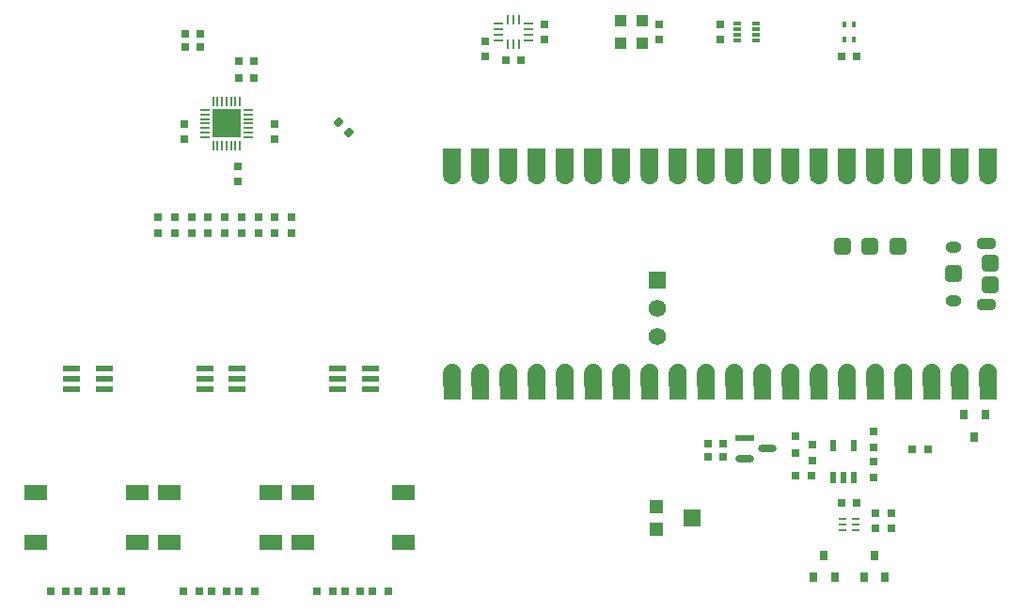
<source format=gtp>
G04*
G04 #@! TF.GenerationSoftware,Altium Limited,Altium Designer,25.8.1 (18)*
G04*
G04 Layer_Color=8421504*
%FSLAX44Y44*%
%MOMM*%
G71*
G04*
G04 #@! TF.SameCoordinates,74B96BC4-F20B-47FB-8E9B-22239AF92EBC*
G04*
G04*
G04 #@! TF.FilePolarity,Positive*
G04*
G01*
G75*
%ADD19R,0.7000X0.2300*%
%ADD20R,0.7000X0.2300*%
%ADD21R,1.0000X1.0000*%
%ADD22R,0.7200X0.3000*%
%ADD23O,0.2000X0.8500*%
%ADD24R,0.3000X0.6000*%
G04:AMPARAMS|DCode=25|XSize=0.76mm|YSize=0.6604mm|CornerRadius=0.0825mm|HoleSize=0mm|Usage=FLASHONLY|Rotation=0.000|XOffset=0mm|YOffset=0mm|HoleType=Round|Shape=RoundedRectangle|*
%AMROUNDEDRECTD25*
21,1,0.7600,0.4953,0,0,0.0*
21,1,0.5949,0.6604,0,0,0.0*
1,1,0.1651,0.2975,-0.2477*
1,1,0.1651,-0.2975,-0.2477*
1,1,0.1651,-0.2975,0.2477*
1,1,0.1651,0.2975,0.2477*
%
%ADD25ROUNDEDRECTD25*%
G04:AMPARAMS|DCode=26|XSize=0.76mm|YSize=0.6604mm|CornerRadius=0.0825mm|HoleSize=0mm|Usage=FLASHONLY|Rotation=270.000|XOffset=0mm|YOffset=0mm|HoleType=Round|Shape=RoundedRectangle|*
%AMROUNDEDRECTD26*
21,1,0.7600,0.4953,0,0,270.0*
21,1,0.5949,0.6604,0,0,270.0*
1,1,0.1651,-0.2477,-0.2975*
1,1,0.1651,-0.2477,0.2975*
1,1,0.1651,0.2477,0.2975*
1,1,0.1651,0.2477,-0.2975*
%
%ADD26ROUNDEDRECTD26*%
%ADD27O,0.8500X0.2000*%
G04:AMPARAMS|DCode=28|XSize=0.76mm|YSize=0.6604mm|CornerRadius=0.0825mm|HoleSize=0mm|Usage=FLASHONLY|Rotation=225.000|XOffset=0mm|YOffset=0mm|HoleType=Round|Shape=RoundedRectangle|*
%AMROUNDEDRECTD28*
21,1,0.7600,0.4953,0,0,225.0*
21,1,0.5949,0.6604,0,0,225.0*
1,1,0.1651,-0.3854,-0.0352*
1,1,0.1651,0.0352,0.3854*
1,1,0.1651,0.3854,0.0352*
1,1,0.1651,-0.0352,-0.3854*
%
%ADD28ROUNDEDRECTD28*%
%ADD29O,0.2500X0.9500*%
%ADD30O,0.9500X0.2500*%
%ADD31R,1.6844X0.6268*%
G04:AMPARAMS|DCode=32|XSize=1.6844mm|YSize=0.6268mm|CornerRadius=0.3134mm|HoleSize=0mm|Usage=FLASHONLY|Rotation=0.000|XOffset=0mm|YOffset=0mm|HoleType=Round|Shape=RoundedRectangle|*
%AMROUNDEDRECTD32*
21,1,1.6844,0.0000,0,0,0.0*
21,1,1.0575,0.6268,0,0,0.0*
1,1,0.6268,0.5288,0.0000*
1,1,0.6268,-0.5288,0.0000*
1,1,0.6268,-0.5288,0.0000*
1,1,0.6268,0.5288,0.0000*
%
%ADD32ROUNDEDRECTD32*%
G04:AMPARAMS|DCode=33|XSize=1.5mm|YSize=1.5mm|CornerRadius=0.3mm|HoleSize=0mm|Usage=FLASHONLY|Rotation=270.000|XOffset=0mm|YOffset=0mm|HoleType=Round|Shape=RoundedRectangle|*
%AMROUNDEDRECTD33*
21,1,1.5000,0.9000,0,0,270.0*
21,1,0.9000,1.5000,0,0,270.0*
1,1,0.6000,-0.4500,-0.4500*
1,1,0.6000,-0.4500,0.4500*
1,1,0.6000,0.4500,0.4500*
1,1,0.6000,0.4500,-0.4500*
%
%ADD33ROUNDEDRECTD33*%
%ADD34O,1.8000X1.1000*%
%ADD35O,1.4500X1.0500*%
%ADD36R,1.5748X1.5748*%
%ADD37C,1.5748*%
%ADD38R,2.1000X1.4000*%
%ADD39R,1.6000X0.5000*%
%ADD40R,2.6500X2.6500*%
%ADD41R,0.6000X1.1000*%
%ADD42R,0.8000X0.9000*%
%ADD43R,1.2000X1.2000*%
%ADD44R,1.5000X1.6000*%
%ADD45R,0.8000X0.8000*%
G36*
X1239301Y412900D02*
X1239324Y388926D01*
X1239324Y388401D01*
X1239187Y387362D01*
X1238915Y386349D01*
X1238514Y385380D01*
X1237990Y384471D01*
X1237352Y383639D01*
X1236610Y382898D01*
X1235778Y382260D01*
X1234870Y381735D01*
X1233901Y381334D01*
X1232888Y381063D01*
X1231848Y380926D01*
X1231323Y380926D01*
X1230799Y380926D01*
X1229760Y381063D01*
X1228747Y381334D01*
X1227778Y381736D01*
X1226870Y382260D01*
X1226038Y382898D01*
X1225296Y383640D01*
X1224658Y384472D01*
X1224133Y385380D01*
X1223732Y386349D01*
X1223461Y387362D01*
X1223324Y388401D01*
X1223324Y388926D01*
X1223324Y388926D01*
X1223300Y412900D01*
X1239301Y412900D01*
D02*
G37*
G36*
X1213901D02*
X1213924Y388926D01*
X1213924Y388401D01*
X1213787Y387362D01*
X1213515Y386349D01*
X1213114Y385380D01*
X1212590Y384471D01*
X1211952Y383639D01*
X1211210Y382898D01*
X1210378Y382260D01*
X1209470Y381735D01*
X1208501Y381334D01*
X1207488Y381063D01*
X1206448Y380926D01*
X1205923Y380926D01*
X1205399Y380926D01*
X1204360Y381063D01*
X1203347Y381334D01*
X1202378Y381736D01*
X1201470Y382260D01*
X1200638Y382898D01*
X1199896Y383640D01*
X1199258Y384472D01*
X1198733Y385380D01*
X1198332Y386349D01*
X1198061Y387362D01*
X1197924Y388401D01*
X1197924Y388926D01*
X1197924Y388926D01*
X1197900Y412900D01*
X1213901Y412900D01*
D02*
G37*
G36*
X1188501D02*
X1188524Y388926D01*
X1188524Y388401D01*
X1188387Y387362D01*
X1188115Y386349D01*
X1187714Y385380D01*
X1187190Y384471D01*
X1186552Y383639D01*
X1185810Y382898D01*
X1184978Y382260D01*
X1184070Y381735D01*
X1183101Y381334D01*
X1182088Y381063D01*
X1181048Y380926D01*
X1180524Y380926D01*
X1179999Y380926D01*
X1178960Y381063D01*
X1177947Y381334D01*
X1176978Y381736D01*
X1176070Y382260D01*
X1175238Y382898D01*
X1174496Y383640D01*
X1173858Y384472D01*
X1173333Y385380D01*
X1172932Y386349D01*
X1172661Y387362D01*
X1172524Y388401D01*
X1172524Y388926D01*
X1172524Y388926D01*
X1172500Y412900D01*
X1188501Y412900D01*
D02*
G37*
G36*
X1163101D02*
X1163124Y388926D01*
X1163124Y388401D01*
X1162987Y387362D01*
X1162716Y386349D01*
X1162314Y385380D01*
X1161790Y384471D01*
X1161152Y383639D01*
X1160410Y382898D01*
X1159578Y382260D01*
X1158670Y381735D01*
X1157701Y381334D01*
X1156688Y381063D01*
X1155648Y380926D01*
X1155124Y380926D01*
X1154599Y380926D01*
X1153559Y381063D01*
X1152547Y381334D01*
X1151578Y381736D01*
X1150670Y382260D01*
X1149838Y382898D01*
X1149096Y383640D01*
X1148458Y384472D01*
X1147933Y385380D01*
X1147532Y386349D01*
X1147261Y387362D01*
X1147124Y388401D01*
X1147124Y388926D01*
X1147124Y388926D01*
X1147100Y412900D01*
X1163101Y412900D01*
D02*
G37*
G36*
X1137701D02*
X1137724Y388926D01*
X1137724Y388401D01*
X1137587Y387362D01*
X1137316Y386349D01*
X1136914Y385380D01*
X1136390Y384471D01*
X1135751Y383639D01*
X1135010Y382898D01*
X1134178Y382260D01*
X1133270Y381735D01*
X1132301Y381334D01*
X1131288Y381063D01*
X1130248Y380926D01*
X1129724Y380926D01*
X1129199Y380926D01*
X1128159Y381063D01*
X1127147Y381334D01*
X1126178Y381736D01*
X1125270Y382260D01*
X1124438Y382898D01*
X1123696Y383640D01*
X1123058Y384472D01*
X1122533Y385380D01*
X1122132Y386349D01*
X1121861Y387362D01*
X1121724Y388401D01*
X1121724Y388926D01*
X1121724Y388926D01*
X1121700Y412900D01*
X1137701Y412900D01*
D02*
G37*
G36*
X1112300D02*
X1112324Y388926D01*
X1112324Y388401D01*
X1112187Y387362D01*
X1111916Y386349D01*
X1111514Y385380D01*
X1110990Y384471D01*
X1110351Y383639D01*
X1109610Y382898D01*
X1108778Y382260D01*
X1107870Y381735D01*
X1106901Y381334D01*
X1105888Y381063D01*
X1104848Y380926D01*
X1104324Y380926D01*
X1103799Y380926D01*
X1102759Y381063D01*
X1101747Y381334D01*
X1100778Y381736D01*
X1099870Y382260D01*
X1099038Y382898D01*
X1098296Y383640D01*
X1097658Y384472D01*
X1097133Y385380D01*
X1096732Y386349D01*
X1096461Y387362D01*
X1096324Y388401D01*
X1096324Y388926D01*
X1096324Y388926D01*
X1096300Y412900D01*
X1112300Y412900D01*
D02*
G37*
G36*
X1086900D02*
X1086924Y388926D01*
X1086924Y388401D01*
X1086787Y387362D01*
X1086516Y386349D01*
X1086114Y385380D01*
X1085590Y384471D01*
X1084951Y383639D01*
X1084210Y382898D01*
X1083378Y382260D01*
X1082470Y381735D01*
X1081501Y381334D01*
X1080488Y381063D01*
X1079448Y380926D01*
X1078923Y380926D01*
X1078399Y380926D01*
X1077359Y381063D01*
X1076347Y381334D01*
X1075378Y381736D01*
X1074470Y382260D01*
X1073638Y382898D01*
X1072896Y383640D01*
X1072258Y384472D01*
X1071733Y385380D01*
X1071332Y386349D01*
X1071061Y387362D01*
X1070924Y388401D01*
X1070924Y388926D01*
X1070924Y388926D01*
X1070900Y412900D01*
X1086900Y412900D01*
D02*
G37*
G36*
X1061500D02*
X1061524Y388926D01*
X1061524Y388401D01*
X1061387Y387362D01*
X1061115Y386349D01*
X1060714Y385380D01*
X1060190Y384471D01*
X1059551Y383639D01*
X1058810Y382898D01*
X1057978Y382260D01*
X1057070Y381735D01*
X1056101Y381334D01*
X1055088Y381063D01*
X1054048Y380926D01*
X1053523Y380926D01*
X1052999Y380926D01*
X1051960Y381063D01*
X1050947Y381334D01*
X1049978Y381736D01*
X1049070Y382260D01*
X1048238Y382898D01*
X1047496Y383640D01*
X1046858Y384472D01*
X1046333Y385380D01*
X1045932Y386349D01*
X1045661Y387362D01*
X1045524Y388401D01*
X1045524Y388926D01*
X1045524Y388926D01*
X1045500Y412900D01*
X1061500Y412900D01*
D02*
G37*
G36*
X1036100D02*
X1036124Y388926D01*
X1036124Y388401D01*
X1035987Y387362D01*
X1035715Y386349D01*
X1035314Y385380D01*
X1034790Y384471D01*
X1034152Y383639D01*
X1033410Y382898D01*
X1032578Y382260D01*
X1031670Y381735D01*
X1030701Y381334D01*
X1029688Y381063D01*
X1028648Y380926D01*
X1028123Y380926D01*
X1027599Y380926D01*
X1026560Y381063D01*
X1025547Y381334D01*
X1024578Y381736D01*
X1023670Y382260D01*
X1022838Y382898D01*
X1022096Y383640D01*
X1021458Y384472D01*
X1020933Y385380D01*
X1020532Y386349D01*
X1020261Y387362D01*
X1020124Y388401D01*
X1020124Y388926D01*
X1020124Y388926D01*
X1020100Y412900D01*
X1036100Y412900D01*
D02*
G37*
G36*
X1010701D02*
X1010724Y388926D01*
X1010724Y388401D01*
X1010587Y387362D01*
X1010315Y386349D01*
X1009914Y385380D01*
X1009390Y384471D01*
X1008752Y383639D01*
X1008010Y382898D01*
X1007178Y382260D01*
X1006270Y381735D01*
X1005301Y381334D01*
X1004288Y381063D01*
X1003248Y380926D01*
X1002723Y380926D01*
X1002199Y380926D01*
X1001160Y381063D01*
X1000147Y381334D01*
X999178Y381736D01*
X998270Y382260D01*
X997438Y382898D01*
X996696Y383640D01*
X996058Y384472D01*
X995533Y385380D01*
X995132Y386349D01*
X994861Y387362D01*
X994724Y388401D01*
X994724Y388926D01*
X994724Y388926D01*
X994700Y412900D01*
X1010701Y412900D01*
D02*
G37*
G36*
X985301D02*
X985324Y388926D01*
X985324Y388401D01*
X985187Y387362D01*
X984915Y386349D01*
X984514Y385380D01*
X983990Y384471D01*
X983352Y383639D01*
X982610Y382898D01*
X981778Y382260D01*
X980870Y381735D01*
X979901Y381334D01*
X978888Y381063D01*
X977848Y380926D01*
X977324Y380926D01*
X976799Y380926D01*
X975760Y381063D01*
X974747Y381334D01*
X973778Y381736D01*
X972870Y382260D01*
X972038Y382898D01*
X971296Y383640D01*
X970658Y384472D01*
X970133Y385380D01*
X969732Y386349D01*
X969461Y387362D01*
X969324Y388401D01*
X969324Y388926D01*
X969324Y388926D01*
X969300Y412900D01*
X985301Y412900D01*
D02*
G37*
G36*
X959901D02*
X959924Y388926D01*
X959924Y388401D01*
X959787Y387362D01*
X959516Y386349D01*
X959114Y385380D01*
X958590Y384471D01*
X957952Y383639D01*
X957210Y382898D01*
X956378Y382260D01*
X955470Y381735D01*
X954501Y381334D01*
X953488Y381063D01*
X952448Y380926D01*
X951924Y380926D01*
X951399Y380926D01*
X950359Y381063D01*
X949347Y381334D01*
X948378Y381736D01*
X947470Y382260D01*
X946638Y382898D01*
X945896Y383640D01*
X945258Y384472D01*
X944733Y385380D01*
X944332Y386349D01*
X944061Y387362D01*
X943924Y388401D01*
X943924Y388926D01*
X943924Y388926D01*
X943900Y412900D01*
X959901Y412900D01*
D02*
G37*
G36*
X934501D02*
X934524Y388926D01*
X934524Y388401D01*
X934387Y387362D01*
X934116Y386349D01*
X933714Y385380D01*
X933190Y384471D01*
X932551Y383639D01*
X931810Y382898D01*
X930978Y382260D01*
X930070Y381735D01*
X929101Y381334D01*
X928088Y381063D01*
X927048Y380926D01*
X926524Y380926D01*
X925999Y380926D01*
X924959Y381063D01*
X923947Y381334D01*
X922978Y381736D01*
X922070Y382260D01*
X921238Y382898D01*
X920496Y383640D01*
X919858Y384472D01*
X919333Y385380D01*
X918932Y386349D01*
X918661Y387362D01*
X918524Y388401D01*
X918524Y388926D01*
X918524Y388926D01*
X918500Y412900D01*
X934501Y412900D01*
D02*
G37*
G36*
X909100D02*
X909124Y388926D01*
X909124Y388401D01*
X908987Y387362D01*
X908716Y386349D01*
X908314Y385380D01*
X907790Y384471D01*
X907151Y383639D01*
X906410Y382898D01*
X905578Y382260D01*
X904670Y381735D01*
X903701Y381334D01*
X902688Y381063D01*
X901648Y380926D01*
X901124Y380926D01*
X900599Y380926D01*
X899559Y381063D01*
X898547Y381334D01*
X897578Y381736D01*
X896670Y382260D01*
X895838Y382898D01*
X895096Y383640D01*
X894458Y384472D01*
X893933Y385380D01*
X893532Y386349D01*
X893261Y387362D01*
X893124Y388401D01*
X893124Y388926D01*
X893124Y388926D01*
X893100Y412900D01*
X909100Y412900D01*
D02*
G37*
G36*
X883700D02*
X883724Y388926D01*
X883724Y388401D01*
X883587Y387362D01*
X883316Y386349D01*
X882914Y385380D01*
X882390Y384471D01*
X881751Y383639D01*
X881010Y382898D01*
X880178Y382260D01*
X879270Y381735D01*
X878301Y381334D01*
X877288Y381063D01*
X876248Y380926D01*
X875723Y380926D01*
X875199Y380926D01*
X874159Y381063D01*
X873147Y381334D01*
X872178Y381736D01*
X871270Y382260D01*
X870438Y382898D01*
X869696Y383640D01*
X869058Y384472D01*
X868533Y385380D01*
X868132Y386349D01*
X867861Y387362D01*
X867724Y388401D01*
X867724Y388926D01*
X867724Y388926D01*
X867700Y412900D01*
X883700Y412900D01*
D02*
G37*
G36*
X858300D02*
X858324Y388926D01*
X858324Y388401D01*
X858187Y387362D01*
X857915Y386349D01*
X857514Y385380D01*
X856990Y384471D01*
X856351Y383639D01*
X855610Y382898D01*
X854778Y382260D01*
X853870Y381735D01*
X852901Y381334D01*
X851888Y381063D01*
X850848Y380926D01*
X850323Y380926D01*
X849799Y380926D01*
X848760Y381063D01*
X847747Y381334D01*
X846778Y381736D01*
X845870Y382260D01*
X845038Y382898D01*
X844296Y383640D01*
X843658Y384472D01*
X843133Y385380D01*
X842732Y386349D01*
X842461Y387362D01*
X842324Y388401D01*
X842324Y388926D01*
X842324Y388926D01*
X842300Y412900D01*
X858300Y412900D01*
D02*
G37*
G36*
X832900D02*
X832924Y388926D01*
X832924Y388401D01*
X832787Y387362D01*
X832515Y386349D01*
X832114Y385380D01*
X831590Y384471D01*
X830952Y383639D01*
X830210Y382898D01*
X829378Y382260D01*
X828470Y381735D01*
X827501Y381334D01*
X826488Y381063D01*
X825448Y380926D01*
X824923Y380926D01*
X824399Y380926D01*
X823360Y381063D01*
X822347Y381334D01*
X821378Y381736D01*
X820470Y382260D01*
X819638Y382898D01*
X818896Y383640D01*
X818258Y384472D01*
X817733Y385380D01*
X817332Y386349D01*
X817061Y387362D01*
X816924Y388401D01*
X816924Y388926D01*
X816924Y388926D01*
X816900Y412900D01*
X832900Y412900D01*
D02*
G37*
G36*
X807501D02*
X807524Y388926D01*
X807524Y388401D01*
X807387Y387362D01*
X807115Y386349D01*
X806714Y385380D01*
X806190Y384471D01*
X805552Y383639D01*
X804810Y382898D01*
X803978Y382260D01*
X803070Y381735D01*
X802101Y381334D01*
X801088Y381063D01*
X800048Y380926D01*
X799523Y380926D01*
X798999Y380926D01*
X797960Y381063D01*
X796947Y381334D01*
X795978Y381736D01*
X795070Y382260D01*
X794238Y382898D01*
X793496Y383640D01*
X792858Y384472D01*
X792333Y385380D01*
X791932Y386349D01*
X791661Y387362D01*
X791524Y388401D01*
X791524Y388926D01*
X791524Y388926D01*
X791500Y412900D01*
X807501Y412900D01*
D02*
G37*
G36*
X782101D02*
X782124Y388926D01*
X782124Y388401D01*
X781987Y387362D01*
X781715Y386349D01*
X781314Y385380D01*
X780790Y384471D01*
X780152Y383639D01*
X779410Y382898D01*
X778578Y382260D01*
X777670Y381735D01*
X776701Y381334D01*
X775688Y381063D01*
X774648Y380926D01*
X774124Y380926D01*
X773599Y380926D01*
X772560Y381063D01*
X771547Y381334D01*
X770578Y381736D01*
X769670Y382260D01*
X768838Y382898D01*
X768096Y383640D01*
X767458Y384472D01*
X766933Y385380D01*
X766532Y386349D01*
X766261Y387362D01*
X766124Y388401D01*
X766124Y388926D01*
X766124Y388926D01*
X766100Y412900D01*
X782101Y412900D01*
D02*
G37*
G36*
X756701D02*
X756724Y388926D01*
X756724Y388401D01*
X756587Y387362D01*
X756316Y386349D01*
X755914Y385380D01*
X755390Y384471D01*
X754752Y383639D01*
X754010Y382898D01*
X753178Y382260D01*
X752270Y381735D01*
X751301Y381334D01*
X750288Y381063D01*
X749248Y380926D01*
X748724Y380926D01*
X748199Y380926D01*
X747160Y381063D01*
X746147Y381334D01*
X745178Y381736D01*
X744270Y382260D01*
X743438Y382898D01*
X742696Y383640D01*
X742058Y384472D01*
X741533Y385380D01*
X741132Y386349D01*
X740861Y387362D01*
X740724Y388401D01*
X740724Y388926D01*
X740724Y388926D01*
X740700Y412900D01*
X756701Y412900D01*
D02*
G37*
G36*
X1231324Y219124D02*
X1231849Y219124D01*
X1232888Y218988D01*
X1233901Y218716D01*
X1234870Y218315D01*
X1235778Y217791D01*
X1236610Y217152D01*
X1237352Y216411D01*
X1237990Y215579D01*
X1238514Y214671D01*
X1238916Y213702D01*
X1239187Y212689D01*
X1239324Y211649D01*
X1239324Y211125D01*
X1239324Y211125D01*
X1239348Y187150D01*
X1223347Y187151D01*
X1223324Y211125D01*
X1223324Y211649D01*
X1223461Y212689D01*
X1223732Y213702D01*
X1224134Y214671D01*
X1224658Y215579D01*
X1225296Y216411D01*
X1226038Y217153D01*
X1226870Y217791D01*
X1227778Y218315D01*
X1228747Y218717D01*
X1229760Y218988D01*
X1230800Y219124D01*
X1231324Y219124D01*
D02*
G37*
G36*
X1205924D02*
X1206449Y219124D01*
X1207488Y218988D01*
X1208501Y218716D01*
X1209470Y218315D01*
X1210378Y217791D01*
X1211210Y217152D01*
X1211952Y216411D01*
X1212590Y215579D01*
X1213114Y214671D01*
X1213516Y213702D01*
X1213787Y212689D01*
X1213924Y211649D01*
X1213924Y211125D01*
X1213924Y211125D01*
X1213948Y187150D01*
X1197947Y187151D01*
X1197924Y211125D01*
X1197924Y211649D01*
X1198061Y212689D01*
X1198332Y213702D01*
X1198734Y214671D01*
X1199258Y215579D01*
X1199896Y216411D01*
X1200638Y217153D01*
X1201470Y217791D01*
X1202378Y218315D01*
X1203347Y218717D01*
X1204360Y218988D01*
X1205400Y219124D01*
X1205924Y219124D01*
D02*
G37*
G36*
X1180524D02*
X1181049Y219124D01*
X1182088Y218988D01*
X1183101Y218716D01*
X1184070Y218315D01*
X1184978Y217791D01*
X1185810Y217152D01*
X1186552Y216411D01*
X1187190Y215579D01*
X1187714Y214671D01*
X1188116Y213702D01*
X1188387Y212689D01*
X1188524Y211649D01*
X1188524Y211125D01*
X1188524Y211125D01*
X1188548Y187150D01*
X1172547Y187151D01*
X1172524Y211125D01*
X1172524Y211649D01*
X1172661Y212689D01*
X1172932Y213702D01*
X1173334Y214671D01*
X1173858Y215579D01*
X1174496Y216411D01*
X1175238Y217153D01*
X1176070Y217791D01*
X1176978Y218315D01*
X1177947Y218717D01*
X1178960Y218988D01*
X1180000Y219124D01*
X1180524Y219124D01*
D02*
G37*
G36*
X1155124D02*
X1155649Y219124D01*
X1156688Y218988D01*
X1157701Y218716D01*
X1158670Y218315D01*
X1159578Y217791D01*
X1160410Y217152D01*
X1161152Y216411D01*
X1161790Y215579D01*
X1162315Y214671D01*
X1162716Y213702D01*
X1162987Y212689D01*
X1163124Y211649D01*
X1163124Y211125D01*
X1163124Y211125D01*
X1163148Y187150D01*
X1147147Y187151D01*
X1147124Y211125D01*
X1147124Y211649D01*
X1147261Y212689D01*
X1147532Y213702D01*
X1147934Y214671D01*
X1148458Y215579D01*
X1149096Y216411D01*
X1149838Y217153D01*
X1150670Y217791D01*
X1151578Y218315D01*
X1152547Y218717D01*
X1153560Y218988D01*
X1154600Y219124D01*
X1155124Y219124D01*
D02*
G37*
G36*
X1129724D02*
X1130249Y219124D01*
X1131288Y218988D01*
X1132301Y218716D01*
X1133270Y218315D01*
X1134178Y217791D01*
X1135010Y217152D01*
X1135752Y216411D01*
X1136390Y215579D01*
X1136915Y214671D01*
X1137316Y213702D01*
X1137587Y212689D01*
X1137724Y211649D01*
X1137724Y211125D01*
X1137724Y211125D01*
X1137747Y187150D01*
X1121747Y187151D01*
X1121724Y211125D01*
X1121724Y211649D01*
X1121861Y212689D01*
X1122132Y213702D01*
X1122534Y214671D01*
X1123058Y215579D01*
X1123696Y216411D01*
X1124438Y217153D01*
X1125270Y217791D01*
X1126178Y218315D01*
X1127147Y218717D01*
X1128160Y218988D01*
X1129200Y219124D01*
X1129724Y219124D01*
D02*
G37*
G36*
X1104324D02*
X1104849Y219124D01*
X1105888Y218988D01*
X1106901Y218716D01*
X1107870Y218315D01*
X1108778Y217791D01*
X1109610Y217152D01*
X1110352Y216411D01*
X1110990Y215579D01*
X1111515Y214671D01*
X1111916Y213702D01*
X1112187Y212689D01*
X1112324Y211649D01*
X1112324Y211125D01*
X1112324Y211125D01*
X1112347Y187150D01*
X1096347Y187151D01*
X1096324Y211125D01*
X1096324Y211649D01*
X1096461Y212689D01*
X1096732Y213702D01*
X1097134Y214671D01*
X1097658Y215579D01*
X1098296Y216411D01*
X1099038Y217153D01*
X1099870Y217791D01*
X1100778Y218315D01*
X1101747Y218717D01*
X1102760Y218988D01*
X1103800Y219124D01*
X1104324Y219124D01*
D02*
G37*
G36*
X1078924D02*
X1079449Y219124D01*
X1080488Y218988D01*
X1081501Y218716D01*
X1082470Y218315D01*
X1083378Y217791D01*
X1084210Y217152D01*
X1084952Y216411D01*
X1085590Y215579D01*
X1086115Y214671D01*
X1086516Y213702D01*
X1086787Y212689D01*
X1086924Y211649D01*
X1086924Y211125D01*
X1086924Y211125D01*
X1086947Y187150D01*
X1070947Y187151D01*
X1070924Y211125D01*
X1070924Y211649D01*
X1071061Y212689D01*
X1071332Y213702D01*
X1071734Y214671D01*
X1072258Y215579D01*
X1072896Y216411D01*
X1073638Y217153D01*
X1074470Y217791D01*
X1075378Y218315D01*
X1076347Y218717D01*
X1077360Y218988D01*
X1078400Y219124D01*
X1078924Y219124D01*
D02*
G37*
G36*
X1053524D02*
X1054049Y219124D01*
X1055088Y218988D01*
X1056101Y218716D01*
X1057070Y218315D01*
X1057978Y217791D01*
X1058810Y217152D01*
X1059552Y216411D01*
X1060190Y215579D01*
X1060714Y214671D01*
X1061116Y213702D01*
X1061387Y212689D01*
X1061524Y211649D01*
X1061524Y211125D01*
X1061524Y211125D01*
X1061547Y187150D01*
X1045547Y187151D01*
X1045524Y211125D01*
X1045524Y211649D01*
X1045661Y212689D01*
X1045932Y213702D01*
X1046334Y214671D01*
X1046858Y215579D01*
X1047496Y216411D01*
X1048238Y217153D01*
X1049070Y217791D01*
X1049978Y218315D01*
X1050947Y218717D01*
X1051960Y218988D01*
X1053000Y219124D01*
X1053524Y219124D01*
D02*
G37*
G36*
X1028124D02*
X1028649Y219124D01*
X1029688Y218988D01*
X1030701Y218716D01*
X1031670Y218315D01*
X1032578Y217791D01*
X1033410Y217152D01*
X1034152Y216411D01*
X1034790Y215579D01*
X1035314Y214671D01*
X1035716Y213702D01*
X1035987Y212689D01*
X1036124Y211649D01*
X1036124Y211125D01*
X1036124Y211125D01*
X1036148Y187150D01*
X1020147Y187151D01*
X1020124Y211125D01*
X1020124Y211649D01*
X1020261Y212689D01*
X1020532Y213702D01*
X1020934Y214671D01*
X1021458Y215579D01*
X1022096Y216411D01*
X1022838Y217153D01*
X1023670Y217791D01*
X1024578Y218315D01*
X1025547Y218717D01*
X1026560Y218988D01*
X1027600Y219124D01*
X1028124Y219124D01*
D02*
G37*
G36*
X1002724D02*
X1003249Y219124D01*
X1004288Y218988D01*
X1005301Y218716D01*
X1006270Y218315D01*
X1007178Y217791D01*
X1008010Y217152D01*
X1008752Y216411D01*
X1009390Y215579D01*
X1009914Y214671D01*
X1010316Y213702D01*
X1010587Y212689D01*
X1010724Y211649D01*
X1010724Y211125D01*
X1010724Y211125D01*
X1010748Y187150D01*
X994747Y187151D01*
X994724Y211125D01*
X994724Y211649D01*
X994861Y212689D01*
X995132Y213702D01*
X995534Y214671D01*
X996058Y215579D01*
X996696Y216411D01*
X997438Y217153D01*
X998270Y217791D01*
X999178Y218315D01*
X1000147Y218717D01*
X1001160Y218988D01*
X1002200Y219124D01*
X1002724Y219124D01*
D02*
G37*
G36*
X977324D02*
X977849Y219124D01*
X978888Y218988D01*
X979901Y218716D01*
X980870Y218315D01*
X981778Y217791D01*
X982610Y217152D01*
X983352Y216411D01*
X983990Y215579D01*
X984514Y214671D01*
X984916Y213702D01*
X985187Y212689D01*
X985324Y211649D01*
X985324Y211125D01*
X985324Y211125D01*
X985348Y187150D01*
X969347Y187151D01*
X969324Y211125D01*
X969324Y211649D01*
X969461Y212689D01*
X969732Y213702D01*
X970134Y214671D01*
X970658Y215579D01*
X971296Y216411D01*
X972038Y217153D01*
X972870Y217791D01*
X973778Y218315D01*
X974747Y218717D01*
X975760Y218988D01*
X976800Y219124D01*
X977324Y219124D01*
D02*
G37*
G36*
X951924D02*
X952449Y219124D01*
X953488Y218988D01*
X954501Y218716D01*
X955470Y218315D01*
X956378Y217791D01*
X957210Y217152D01*
X957952Y216411D01*
X958590Y215579D01*
X959115Y214671D01*
X959516Y213702D01*
X959787Y212689D01*
X959924Y211649D01*
X959924Y211125D01*
X959924Y211125D01*
X959948Y187150D01*
X943947Y187151D01*
X943924Y211125D01*
X943924Y211649D01*
X944061Y212689D01*
X944332Y213702D01*
X944734Y214671D01*
X945258Y215579D01*
X945896Y216411D01*
X946638Y217153D01*
X947470Y217791D01*
X948378Y218315D01*
X949347Y218717D01*
X950360Y218988D01*
X951400Y219124D01*
X951924Y219124D01*
D02*
G37*
G36*
X926524D02*
X927049Y219124D01*
X928088Y218988D01*
X929101Y218716D01*
X930070Y218315D01*
X930978Y217791D01*
X931810Y217152D01*
X932552Y216411D01*
X933190Y215579D01*
X933715Y214671D01*
X934116Y213702D01*
X934387Y212689D01*
X934524Y211649D01*
X934524Y211125D01*
X934524Y211125D01*
X934548Y187150D01*
X918547Y187151D01*
X918524Y211125D01*
X918524Y211649D01*
X918661Y212689D01*
X918932Y213702D01*
X919334Y214671D01*
X919858Y215579D01*
X920496Y216411D01*
X921238Y217153D01*
X922070Y217791D01*
X922978Y218315D01*
X923947Y218717D01*
X924960Y218988D01*
X926000Y219124D01*
X926524Y219124D01*
D02*
G37*
G36*
X901124D02*
X901649Y219124D01*
X902688Y218988D01*
X903701Y218716D01*
X904670Y218315D01*
X905578Y217791D01*
X906410Y217152D01*
X907152Y216411D01*
X907790Y215579D01*
X908315Y214671D01*
X908716Y213702D01*
X908987Y212689D01*
X909124Y211649D01*
X909124Y211125D01*
X909124Y211125D01*
X909147Y187150D01*
X893147Y187151D01*
X893124Y211125D01*
X893124Y211649D01*
X893261Y212689D01*
X893532Y213702D01*
X893934Y214671D01*
X894458Y215579D01*
X895096Y216411D01*
X895838Y217153D01*
X896670Y217791D01*
X897578Y218315D01*
X898547Y218717D01*
X899560Y218988D01*
X900600Y219124D01*
X901124Y219124D01*
D02*
G37*
G36*
X875724D02*
X876249Y219124D01*
X877288Y218988D01*
X878301Y218716D01*
X879270Y218315D01*
X880178Y217791D01*
X881010Y217152D01*
X881752Y216411D01*
X882390Y215579D01*
X882915Y214671D01*
X883316Y213702D01*
X883587Y212689D01*
X883724Y211649D01*
X883724Y211125D01*
X883724Y211125D01*
X883747Y187150D01*
X867747Y187151D01*
X867724Y211125D01*
X867724Y211649D01*
X867861Y212689D01*
X868132Y213702D01*
X868534Y214671D01*
X869058Y215579D01*
X869696Y216411D01*
X870438Y217153D01*
X871270Y217791D01*
X872178Y218315D01*
X873147Y218717D01*
X874160Y218988D01*
X875200Y219124D01*
X875724Y219124D01*
D02*
G37*
G36*
X850324D02*
X850849Y219124D01*
X851888Y218988D01*
X852901Y218716D01*
X853870Y218315D01*
X854778Y217791D01*
X855610Y217152D01*
X856352Y216411D01*
X856990Y215579D01*
X857514Y214671D01*
X857916Y213702D01*
X858187Y212689D01*
X858324Y211649D01*
X858324Y211125D01*
X858324Y211125D01*
X858347Y187150D01*
X842347Y187151D01*
X842324Y211125D01*
X842324Y211649D01*
X842461Y212689D01*
X842732Y213702D01*
X843134Y214671D01*
X843658Y215579D01*
X844296Y216411D01*
X845038Y217153D01*
X845870Y217791D01*
X846778Y218315D01*
X847747Y218717D01*
X848760Y218988D01*
X849800Y219124D01*
X850324Y219124D01*
D02*
G37*
G36*
X824924D02*
X825449Y219124D01*
X826488Y218988D01*
X827501Y218716D01*
X828470Y218315D01*
X829378Y217791D01*
X830210Y217152D01*
X830952Y216411D01*
X831590Y215579D01*
X832114Y214671D01*
X832516Y213702D01*
X832787Y212689D01*
X832924Y211649D01*
X832924Y211125D01*
X832924Y211125D01*
X832947Y187150D01*
X816947Y187151D01*
X816924Y211125D01*
X816924Y211649D01*
X817061Y212689D01*
X817332Y213702D01*
X817734Y214671D01*
X818258Y215579D01*
X818896Y216411D01*
X819638Y217153D01*
X820470Y217791D01*
X821378Y218315D01*
X822347Y218717D01*
X823360Y218988D01*
X824400Y219124D01*
X824924Y219124D01*
D02*
G37*
G36*
X799524D02*
X800049Y219124D01*
X801088Y218988D01*
X802101Y218716D01*
X803070Y218315D01*
X803978Y217791D01*
X804810Y217152D01*
X805552Y216411D01*
X806190Y215579D01*
X806714Y214671D01*
X807116Y213702D01*
X807387Y212689D01*
X807524Y211649D01*
X807524Y211125D01*
X807524Y211125D01*
X807548Y187150D01*
X791547Y187151D01*
X791524Y211125D01*
X791524Y211649D01*
X791661Y212689D01*
X791932Y213702D01*
X792334Y214671D01*
X792858Y215579D01*
X793496Y216411D01*
X794238Y217153D01*
X795070Y217791D01*
X795978Y218315D01*
X796947Y218717D01*
X797960Y218988D01*
X799000Y219124D01*
X799524Y219124D01*
D02*
G37*
G36*
X774124D02*
X774649Y219124D01*
X775688Y218988D01*
X776701Y218716D01*
X777670Y218315D01*
X778578Y217791D01*
X779410Y217152D01*
X780152Y216411D01*
X780790Y215579D01*
X781314Y214671D01*
X781716Y213702D01*
X781987Y212689D01*
X782124Y211649D01*
X782124Y211125D01*
X782124Y211125D01*
X782148Y187150D01*
X766147Y187151D01*
X766124Y211125D01*
X766124Y211649D01*
X766261Y212689D01*
X766532Y213702D01*
X766934Y214671D01*
X767458Y215579D01*
X768096Y216411D01*
X768838Y217153D01*
X769670Y217791D01*
X770578Y218315D01*
X771547Y218717D01*
X772560Y218988D01*
X773600Y219124D01*
X774124Y219124D01*
D02*
G37*
G36*
X748724D02*
X749249Y219124D01*
X750288Y218988D01*
X751301Y218716D01*
X752270Y218315D01*
X753178Y217791D01*
X754010Y217152D01*
X754752Y216411D01*
X755390Y215579D01*
X755915Y214671D01*
X756316Y213702D01*
X756587Y212689D01*
X756724Y211649D01*
X756724Y211125D01*
X756724Y211125D01*
X756748Y187150D01*
X740747Y187151D01*
X740724Y211125D01*
X740724Y211649D01*
X740861Y212689D01*
X741132Y213702D01*
X741534Y214671D01*
X742058Y215579D01*
X742696Y216411D01*
X743438Y217153D01*
X744270Y217791D01*
X745178Y218315D01*
X746147Y218717D01*
X747160Y218988D01*
X748200Y219124D01*
X748724Y219124D01*
D02*
G37*
D19*
X1111749Y69000D02*
D03*
X1111749Y79000D02*
D03*
X1100250Y69000D02*
D03*
X1100251Y79000D02*
D03*
D20*
X1111747Y74000D02*
D03*
X1100250Y74004D02*
D03*
D21*
X900000Y508000D02*
D03*
X920000Y528000D02*
D03*
X900000D02*
D03*
X920000Y508000D02*
D03*
D22*
X1022570Y510500D02*
D03*
X1005370Y525500D02*
D03*
X1022570D02*
D03*
X1005370Y510500D02*
D03*
X1022570Y515500D02*
D03*
Y520500D02*
D03*
X1005370Y515500D02*
D03*
Y520500D02*
D03*
D23*
X545500Y455250D02*
D03*
X549500Y415750D02*
D03*
Y455250D02*
D03*
X533500Y415750D02*
D03*
X537500D02*
D03*
X541500D02*
D03*
X545500D02*
D03*
X553500D02*
D03*
X557500D02*
D03*
Y455250D02*
D03*
X553500D02*
D03*
X541500D02*
D03*
X537500D02*
D03*
X533500D02*
D03*
D24*
X1102000Y525000D02*
D03*
Y511000D02*
D03*
X1110000Y525000D02*
D03*
Y511000D02*
D03*
D25*
X989971Y525000D02*
D03*
X935000Y525000D02*
D03*
X831750Y510750D02*
D03*
X507711Y435000D02*
D03*
X556036Y397036D02*
D03*
X589036Y435035D02*
D03*
X778750Y495750D02*
D03*
X831750Y524750D02*
D03*
X935000Y511000D02*
D03*
X989971Y511000D02*
D03*
X507711Y421000D02*
D03*
X556036Y383036D02*
D03*
X589036Y421035D02*
D03*
X1128000Y144000D02*
D03*
X1128006Y131000D02*
D03*
X1073000Y132000D02*
D03*
Y146000D02*
D03*
X1128000Y158000D02*
D03*
X1128006Y117000D02*
D03*
X778750Y509750D02*
D03*
X544036Y337035D02*
D03*
Y351036D02*
D03*
X529035Y337035D02*
D03*
Y351036D02*
D03*
X574036Y337035D02*
D03*
Y351036D02*
D03*
X589036Y337035D02*
D03*
Y351036D02*
D03*
X559036Y337035D02*
D03*
Y351036D02*
D03*
X514036Y337035D02*
D03*
Y351036D02*
D03*
X499036Y337035D02*
D03*
Y351036D02*
D03*
X484036Y337035D02*
D03*
Y351036D02*
D03*
X604036Y337035D02*
D03*
Y351036D02*
D03*
D26*
X796750Y492750D02*
D03*
X570500Y476500D02*
D03*
X451000Y14000D02*
D03*
X691000D02*
D03*
X522000Y516000D02*
D03*
X522000Y504000D02*
D03*
X571000Y14000D02*
D03*
X1099000Y496000D02*
D03*
X810750Y492750D02*
D03*
X570500Y491500D02*
D03*
X387000Y14000D02*
D03*
X507000D02*
D03*
X627000D02*
D03*
X508000Y516000D02*
D03*
X508000Y504000D02*
D03*
X1099000Y94000D02*
D03*
X993000Y135000D02*
D03*
X1177000Y142000D02*
D03*
X1113000Y496000D02*
D03*
X437000Y14000D02*
D03*
X426000Y14000D02*
D03*
X1163000Y142000D02*
D03*
X993000Y147000D02*
D03*
X979000D02*
D03*
X979000Y135000D02*
D03*
X557000Y14000D02*
D03*
X1058000Y118000D02*
D03*
X1130000Y84000D02*
D03*
X1144000D02*
D03*
X1072000Y118000D02*
D03*
X1113000Y94000D02*
D03*
X1144000Y71000D02*
D03*
X1130000Y71000D02*
D03*
X641000Y14000D02*
D03*
X546000Y14000D02*
D03*
X532000D02*
D03*
X521000Y14000D02*
D03*
X652000Y14000D02*
D03*
X666000D02*
D03*
X677000Y14000D02*
D03*
X412000Y14000D02*
D03*
X401000Y14000D02*
D03*
X556500Y491500D02*
D03*
Y476500D02*
D03*
D27*
X565250Y435500D02*
D03*
X525750D02*
D03*
X565250Y431500D02*
D03*
X525750Y439500D02*
D03*
Y447500D02*
D03*
Y443500D02*
D03*
Y431500D02*
D03*
Y427500D02*
D03*
Y423500D02*
D03*
X565250D02*
D03*
Y427500D02*
D03*
Y439500D02*
D03*
Y443500D02*
D03*
Y447500D02*
D03*
D28*
X646050Y436950D02*
D03*
X655950Y427050D02*
D03*
D29*
X798750Y506750D02*
D03*
X803750D02*
D03*
X808750D02*
D03*
X798750Y528750D02*
D03*
X803750D02*
D03*
X808750D02*
D03*
D30*
X817250Y510250D02*
D03*
X790250Y520250D02*
D03*
Y515250D02*
D03*
X817250Y520250D02*
D03*
Y525250D02*
D03*
Y515250D02*
D03*
X790250Y510250D02*
D03*
Y525250D02*
D03*
D31*
X1011699Y152500D02*
D03*
D32*
Y133500D02*
D03*
X1032301Y143000D02*
D03*
D33*
X1233001Y310000D02*
D03*
Y290000D02*
D03*
X1200001Y300000D02*
D03*
X1150001Y325000D02*
D03*
X1125001D02*
D03*
X1100001D02*
D03*
D34*
X1230001Y327250D02*
D03*
Y272750D02*
D03*
D35*
X1199701Y324250D02*
D03*
Y275750D02*
D03*
D36*
X933001Y294159D02*
D03*
D37*
Y268759D02*
D03*
Y243359D02*
D03*
D38*
X705000Y103000D02*
D03*
X614000D02*
D03*
X705000Y58000D02*
D03*
X614000D02*
D03*
X465000Y58000D02*
D03*
X374000D02*
D03*
X585000Y58000D02*
D03*
X494000D02*
D03*
X465000Y103000D02*
D03*
X374000D02*
D03*
X494000Y103000D02*
D03*
X585000D02*
D03*
D39*
X645750Y196500D02*
D03*
Y205500D02*
D03*
Y214500D02*
D03*
X525750Y196500D02*
D03*
Y205500D02*
D03*
Y214500D02*
D03*
X405750Y196500D02*
D03*
Y205500D02*
D03*
Y214500D02*
D03*
X435250Y196500D02*
D03*
Y205500D02*
D03*
Y214500D02*
D03*
X555250Y196500D02*
D03*
Y205500D02*
D03*
Y214500D02*
D03*
X675250Y196500D02*
D03*
Y205500D02*
D03*
Y214500D02*
D03*
D40*
X545500Y435500D02*
D03*
D41*
X1101000Y117000D02*
D03*
X1110500D02*
D03*
Y145000D02*
D03*
X1091500Y145000D02*
D03*
Y117000D02*
D03*
D42*
X1083500Y46500D02*
D03*
X1074000Y26500D02*
D03*
X1093000D02*
D03*
X1219000Y153000D02*
D03*
X1209500Y173000D02*
D03*
X1228500D02*
D03*
X1129000Y46500D02*
D03*
X1138500Y26500D02*
D03*
X1119500D02*
D03*
D43*
X932500Y70000D02*
D03*
Y90000D02*
D03*
D44*
X965000Y80000D02*
D03*
D45*
X1058000Y153500D02*
D03*
X1058000Y138500D02*
D03*
M02*

</source>
